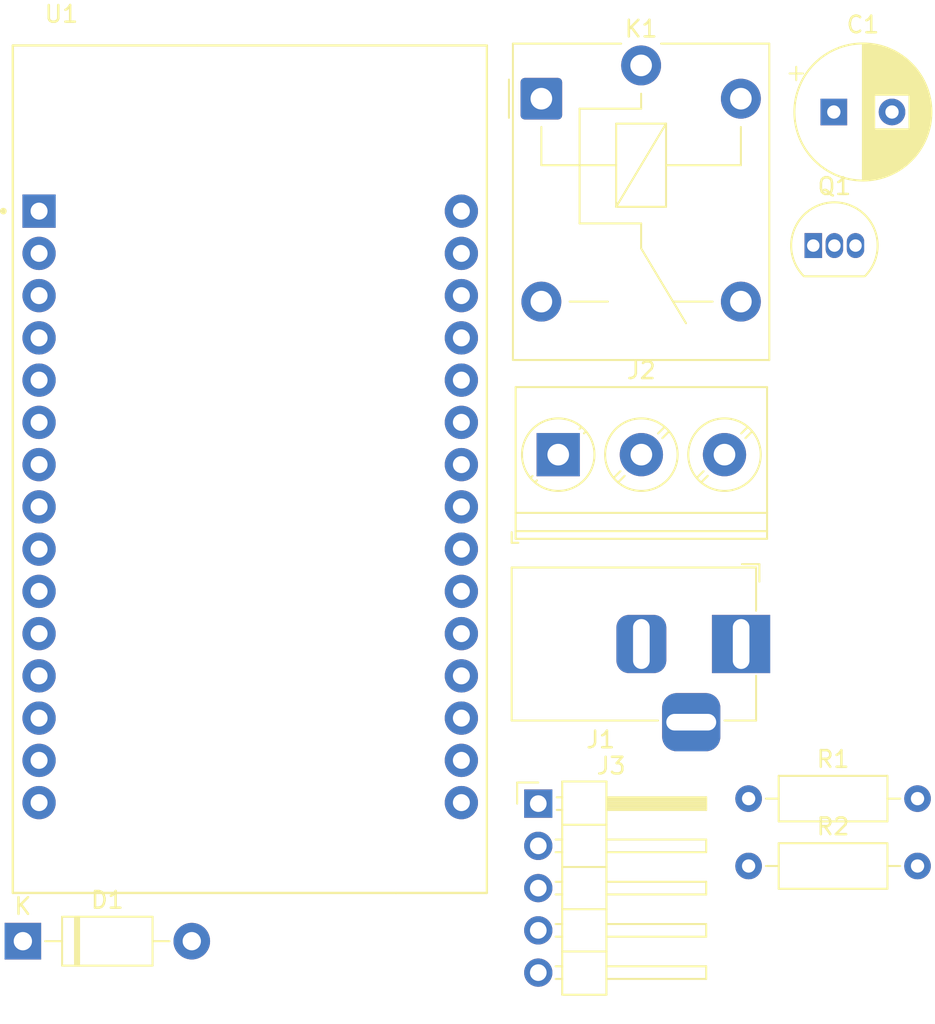
<source format=kicad_pcb>
(kicad_pcb (version 20240108) (generator "pcbnew") (generator_version "8.0")
  (layers (0 "F.Cu" signal) (31 "B.Cu" signal) (34 "B.Paste" user) (35 "F.Paste" user) (36 "B.SilkS" user "B.Silkscreen") (37 "F.SilkS" user "F.Silkscreen") (38 "B.Mask" user) (39 "F.Mask" user) (44 "Edge.Cuts" user))
  (net 0 "")
  (net 1 "+5V")
  (net 2 "GND")
  (net 3 "Net-(D1-A)")
  (net 4 "2")
  (net 5 "3")
  (net 6 "1")
  (net 7 "/CLK")
  (net 10 "Net-(Q1-B)")
  (net 11 "/RELAY_1")
  (net 19 "/DAT")
  (footprint "Relay_THT:Relay_SPDT_Finder_36.11" (layer "F.Cu") (at 148.625 66.87)
    (property "Reference" "K1" (at 6 -4.2 0) (layer "F.SilkS"))
    (property "Value" "FINDER-36.11")
    (fp_line (start -1.95 -1.15) (end -1.95 1.15) (stroke (width 0.12)) (layer "F.SilkS"))
    (fp_line (start -1.71 15.7) (end -1.71 -3.31) (stroke (width 0.12)) (layer "F.SilkS"))
    (fp_line (start 0 1.7) (end 0 4) (stroke (width 0.12)) (layer "F.SilkS"))
    (fp_line (start 1.7 12.2) (end 4 12.2) (stroke (width 0.12)) (layer "F.SilkS"))
    (fp_line (start 2.3 7.5) (end 2.3 0.6) (stroke (width 0.12)) (layer "F.SilkS"))
    (fp_line (start 4.5 1.5) (end 7.5 1.5) (stroke (width 0.12)) (layer "F.SilkS"))
    (fp_line (start 4.5 4) (end 0 4) (stroke (width 0.12)) (layer "F.SilkS"))
    (fp_line (start 4.5 6.5) (end 4.5 1.5) (stroke (width 0.12)) (layer "F.SilkS"))
    (fp_line (start 4.5 6.5) (end 7.5 1.5) (stroke (width 0.12)) (layer "F.SilkS"))
    (fp_line (start 4.8 -3.31) (end -1.71 -3.31) (stroke (width 0.12)) (layer "F.SilkS"))
    (fp_line (start 6 0.6) (end 2.3 0.6) (stroke (width 0.12)) (layer "F.SilkS"))
    (fp_line (start 6 0.6) (end 6 -0.3) (stroke (width 0.12)) (layer "F.SilkS"))
    (fp_line (start 6 7.5) (end 2.3 7.5) (stroke (width 0.12)) (layer "F.SilkS"))
    (fp_line (start 6 7.5) (end 6 9) (stroke (width 0.12)) (layer "F.SilkS"))
    (fp_line (start 6 9) (end 8.7 13.5) (stroke (width 0.12)) (layer "F.SilkS"))
    (fp_line (start 7.5 1.5) (end 7.5 6.5) (stroke (width 0.12)) (layer "F.SilkS"))
    (fp_line (start 7.5 6.5) (end 4.5 6.5) (stroke (width 0.12)) (layer "F.SilkS"))
    (fp_line (start 10.3 12.2) (end 8 12.2) (stroke (width 0.12)) (layer "F.SilkS"))
    (fp_line (start 12 4) (end 7.5 4) (stroke (width 0.12)) (layer "F.SilkS"))
    (fp_line (start 12 4) (end 12 1.7) (stroke (width 0.12)) (layer "F.SilkS"))
    (fp_line (start 13.71 -3.31) (end 7.2 -3.31) (stroke (width 0.12)) (layer "F.SilkS"))
    (fp_line (start 13.71 -3.31) (end 13.71 15.71) (stroke (width 0.12)) (layer "F.SilkS"))
    (fp_line (start 13.71 15.71) (end -1.71 15.71) (stroke (width 0.12)) (layer "F.SilkS"))
    (pad "11" thru_hole circle (at 6 -2) (size 2.4 2.4) (drill 1.3) (layers "*.Cu" "*.Mask") (net 4 "2") (clearance 0.2))
    (pad "12" thru_hole circle (at 12 12.2) (size 2.4 2.4) (drill 1.3) (layers "*.Cu" "*.Mask") (net 6 "1"))
    (pad "14" thru_hole circle (at 0 12.2) (size 2.4 2.4) (drill 1.3) (layers "*.Cu" "*.Mask") (net 5 "3"))
    (pad "A1" thru_hole roundrect (at 0 0) (size 2.5 2.5) (drill 1.3) (layers "*.Cu" "*.Mask") (roundrect_rratio 0.1) (net 1 "+5V"))
    (pad "A2" thru_hole circle (at 12 0) (size 2.4 2.4) (drill 1.3) (layers "*.Cu" "*.Mask") (net 3 "Net-(D1-A)"))
  )
  (footprint "Resistor_THT:R_Axial_DIN0207_L6.3mm_D2.5mm_P10.16mm_Horizontal" (layer "F.Cu") (at 161.09 108.95)
    (property "Reference" "R1" (at 5.08 -2.37 0) (layer "F.SilkS"))
    (property "Value" "4K7")
    (fp_line (start 1.04 0) (end 1.81 0) (stroke (width 0.12)) (layer "F.SilkS"))
    (fp_line (start 1.81 -1.37) (end 1.81 1.37) (stroke (width 0.12)) (layer "F.SilkS"))
    (fp_line (start 1.81 1.37) (end 8.35 1.37) (stroke (width 0.12)) (layer "F.SilkS"))
    (fp_line (start 8.35 -1.37) (end 1.81 -1.37) (stroke (width 0.12)) (layer "F.SilkS"))
    (fp_line (start 8.35 1.37) (end 8.35 -1.37) (stroke (width 0.12)) (layer "F.SilkS"))
    (fp_line (start 9.12 0) (end 8.35 0) (stroke (width 0.12)) (layer "F.SilkS"))
    (pad "1" thru_hole circle (at 0 0) (size 1.6 1.6) (drill 0.8) (layers "*.Cu" "*.Mask") (net 11 "/RELAY_1"))
    (pad "2" thru_hole oval (at 10.16 0) (size 1.6 1.6) (drill 0.8) (layers "*.Cu" "*.Mask") (net 10 "Net-(Q1-B)"))
  )
  (footprint "customLibraries:ESP32_DEVKIT_V1" (layer "F.Cu") (at 131.115 89.145)
    (property "Reference" "U1" (at -11.355 -27.36 0) (layer "F.SilkS"))
    (property "Value" "ESP32_DEVKIT_V1")
    (fp_line (start -14.28 -25.475) (end -3.211 -25.475) (stroke (width 0.127)) (layer "F.SilkS"))
    (fp_line (start -14.28 -25.475) (end 14.23 -25.475) (stroke (width 0.127)) (layer "F.SilkS"))
    (fp_line (start -14.28 25.475) (end -14.28 -25.475) (stroke (width 0.127)) (layer "F.SilkS"))
    (fp_line (start -14.28 25.475) (end -14.28 -25.475) (stroke (width 0.127)) (layer "F.SilkS"))
    (fp_line (start -14.28 25.475) (end -8.91 25.475) (stroke (width 0.127)) (layer "F.SilkS"))
    (fp_line (start -8.91 25.475) (end 8.78 25.475) (stroke (width 0.127)) (layer "F.SilkS"))
    (fp_line (start -3.211 -25.475) (end 3.5 -25.475) (stroke (width 0.127)) (layer "F.SilkS"))
    (fp_line (start 3.5 -25.475) (end 14.23 -25.475) (stroke (width 0.127)) (layer "F.SilkS"))
    (fp_line (start 8.78 25.475) (end 14.23 25.475) (stroke (width 0.127)) (layer "F.SilkS"))
    (fp_line (start 14.23 -25.475) (end 14.23 25.475) (stroke (width 0.127)) (layer "F.SilkS"))
    (fp_line (start 14.23 -25.475) (end 14.23 25.475) (stroke (width 0.127)) (layer "F.SilkS"))
    (fp_line (start 14.23 25.475) (end -14.28 25.475) (stroke (width 0.127)) (layer "F.SilkS"))
    (fp_circle (center -14.85 -15.515) (end -14.75 -15.515) (stroke (width 0.2)) (fill none) (layer "F.SilkS"))
    (pad "" np_thru_hole circle (at -12.28 -23.475) (size 3 3) (drill 3) (layers "*.Cu" "*.Mask"))
    (pad "" np_thru_hole circle (at -12.28 23.475) (size 3 3) (drill 3) (layers "*.Cu" "*.Mask"))
    (pad "" np_thru_hole circle (at 12.23 -23.475) (size 3 3) (drill 3) (layers "*.Cu" "*.Mask"))
    (pad "" np_thru_hole circle (at 12.23 23.475) (size 3 3) (drill 3) (layers "*.Cu" "*.Mask"))
    (pad "1" thru_hole rect (at -12.7 -15.515) (size 2 2) (drill 1.02) (layers "*.Cu" "*.Mask"))
    (pad "2" thru_hole circle (at -12.7 -12.975) (size 2 2) (drill 1.02) (layers "*.Cu" "*.Mask") (net 2 "GND"))
    (pad "3" thru_hole circle (at -12.7 -10.435) (size 2 2) (drill 1.02) (layers "*.Cu" "*.Mask"))
    (pad "4" thru_hole circle (at -12.7 -7.895) (size 2 2) (drill 1.02) (layers "*.Cu" "*.Mask"))
    (pad "5" thru_hole circle (at -12.7 -5.355) (size 2 2) (drill 1.02) (layers "*.Cu" "*.Mask"))
    (pad "6" thru_hole circle (at -12.7 -2.815) (size 2 2) (drill 1.02) (layers "*.Cu" "*.Mask"))
    (pad "7" thru_hole circle (at -12.7 -0.275) (size 2 2) (drill 1.02) (layers "*.Cu" "*.Mask"))
    (pad "8" thru_hole circle (at -12.7 2.265) (size 2 2) (drill 1.02) (layers "*.Cu" "*.Mask"))
    (pad "9" thru_hole circle (at -12.7 4.805) (size 2 2) (drill 1.02) (layers "*.Cu" "*.Mask"))
    (pad "10" thru_hole circle (at -12.7 7.345) (size 2 2) (drill 1.02) (layers "*.Cu" "*.Mask"))
    (pad "11" thru_hole circle (at -12.7 9.885) (size 2 2) (drill 1.02) (layers "*.Cu" "*.Mask") (net 19 "/DAT"))
    (pad "12" thru_hole circle (at -12.7 12.425) (size 2 2) (drill 1.02) (layers "*.Cu" "*.Mask"))
    (pad "13" thru_hole circle (at -12.7 14.965) (size 2 2) (drill 1.02) (layers "*.Cu" "*.Mask"))
    (pad "14" thru_hole circle (at -12.7 17.505) (size 2 2) (drill 1.02) (layers "*.Cu" "*.Mask") (net 7 "/CLK"))
    (pad "15" thru_hole circle (at -12.7 20.045) (size 2 2) (drill 1.02) (layers "*.Cu" "*.Mask") (net 11 "/RELAY_1"))
    (pad "16" thru_hole circle (at 12.7 20.045) (size 2 2) (drill 1.02) (layers "*.Cu" "*.Mask"))
    (pad "17" thru_hole circle (at 12.7 17.505) (size 2 2) (drill 1.02) (layers "*.Cu" "*.Mask"))
    (pad "18" thru_hole circle (at 12.7 14.965) (size 2 2) (drill 1.02) (layers "*.Cu" "*.Mask"))
    (pad "19" thru_hole circle (at 12.7 12.425) (size 2 2) (drill 1.02) (layers "*.Cu" "*.Mask"))
    (pad "20" thru_hole circle (at 12.7 9.885) (size 2 2) (drill 1.02) (layers "*.Cu" "*.Mask"))
    (pad "21" thru_hole circle (at 12.7 7.345) (size 2 2) (drill 1.02) (layers "*.Cu" "*.Mask"))
    (pad "22" thru_hole circle (at 12.7 4.805) (size 2 2) (drill 1.02) (layers "*.Cu" "*.Mask"))
    (pad "23" thru_hole circle (at 12.7 2.265) (size 2 2) (drill 1.02) (layers "*.Cu" "*.Mask"))
    (pad "24" thru_hole circle (at 12.7 -0.275) (size 2 2) (drill 1.02) (layers "*.Cu" "*.Mask"))
    (pad "25" thru_hole circle (at 12.7 -2.815) (size 2 2) (drill 1.02) (layers "*.Cu" "*.Mask"))
    (pad "26" thru_hole circle (at 12.7 -5.355) (size 2 2) (drill 1.02) (layers "*.Cu" "*.Mask"))
    (pad "27" thru_hole circle (at 12.7 -7.895) (size 2 2) (drill 1.02) (layers "*.Cu" "*.Mask"))
    (pad "28" thru_hole circle (at 12.7 -10.435) (size 2 2) (drill 1.02) (layers "*.Cu" "*.Mask"))
    (pad "29" thru_hole circle (at 12.7 -12.975) (size 2 2) (drill 1.02) (layers "*.Cu" "*.Mask") (net 2 "GND"))
    (pad "30" thru_hole circle (at 12.7 -15.515) (size 2 2) (drill 1.02) (layers "*.Cu" "*.Mask") (net 1 "+5V"))
  )
  (footprint "TerminalBlock_Phoenix:TerminalBlock_Phoenix_PT-1,5-3-5.0-H_1x03_P5.00mm_Horizontal" (layer "F.Cu") (at 149.64 88.27)
    (property "Reference" "J2" (at 5 -5.06 0) (layer "F.SilkS"))
    (property "Value" "Screw_Terminal_01x03")
    (fp_line (start -2.8 4.66) (end -2.8 5.3) (stroke (width 0.12)) (layer "F.SilkS"))
    (fp_line (start -2.8 5.3) (end -2.4 5.3) (stroke (width 0.12)) (layer "F.SilkS"))
    (fp_line (start -2.56 -4.06) (end -2.56 5.06) (stroke (width 0.12)) (layer "F.SilkS"))
    (fp_line (start -2.56 -4.06) (end 12.56 -4.06) (stroke (width 0.12)) (layer "F.SilkS"))
    (fp_line (start -2.56 3.5) (end 12.56 3.5) (stroke (width 0.12)) (layer "F.SilkS"))
    (fp_line (start -2.56 4.6) (end 12.56 4.6) (stroke (width 0.12)) (layer "F.SilkS"))
    (fp_line (start -2.56 5.06) (end 12.56 5.06) (stroke (width 0.12)) (layer "F.SilkS"))
    (fp_line (start -1.548 1.281) (end -1.654 1.388) (stroke (width 0.12)) (layer "F.SilkS"))
    (fp_line (start -1.282 1.547) (end -1.388 1.654) (stroke (width 0.12)) (layer "F.SilkS"))
    (fp_line (start 1.388 -1.654) (end 1.281 -1.547) (stroke (width 0.12)) (layer "F.SilkS"))
    (fp_line (start 1.654 -1.388) (end 1.547 -1.281) (stroke (width 0.12)) (layer "F.SilkS"))
    (fp_line (start 3.742 0.992) (end 3.347 1.388) (stroke (width 0.12)) (layer "F.SilkS"))
    (fp_line (start 3.993 1.274) (end 3.613 1.654) (stroke (width 0.12)) (layer "F.SilkS"))
    (fp_line (start 6.388 -1.654) (end 6.008 -1.274) (stroke (width 0.12)) (layer "F.SilkS"))
    (fp_line (start 6.654 -1.388) (end 6.259 -0.992) (stroke (width 0.12)) (layer "F.SilkS"))
    (fp_line (start 8.742 0.992) (end 8.347 1.388) (stroke (width 0.12)) (layer "F.SilkS"))
    (fp_line (start 8.993 1.274) (end 8.613 1.654) (stroke (width 0.12)) (layer "F.SilkS"))
    (fp_line (start 11.388 -1.654) (end 11.008 -1.274) (stroke (width 0.12)) (layer "F.SilkS"))
    (fp_line (start 11.654 -1.388) (end 11.259 -0.992) (stroke (width 0.12)) (layer "F.SilkS"))
    (fp_line (start 12.56 -4.06) (end 12.56 5.06) (stroke (width 0.12)) (layer "F.SilkS"))
    (fp_circle (center 0 0) (end 2.18 0) (stroke (width 0.12)) (fill none) (layer "F.SilkS"))
    (fp_circle (center 5 0) (end 7.18 0) (stroke (width 0.12)) (fill none) (layer "F.SilkS"))
    (fp_circle (center 10 0) (end 12.18 0) (stroke (width 0.12)) (fill none) (layer "F.SilkS"))
    (pad "1" thru_hole rect (at 0 0) (size 2.6 2.6) (drill 1.3) (layers "*.Cu" "*.Mask") (net 6 "1"))
    (pad "2" thru_hole circle (at 5 0) (size 2.6 2.6) (drill 1.3) (layers "*.Cu" "*.Mask") (net 4 "2"))
    (pad "3" thru_hole circle (at 10 0) (size 2.6 2.6) (drill 1.3) (layers "*.Cu" "*.Mask") (net 5 "3"))
  )
  (footprint "Connector_BarrelJack:BarrelJack_Horizontal" (layer "F.Cu") (at 160.64 99.655)
    (property "Reference" "J1" (at -8.45 5.75 0) (layer "F.SilkS"))
    (property "Value" "Barrel_Jack_MountingPin")
    (fp_line (start -13.8 -4.6) (end 0.9 -4.6) (stroke (width 0.12)) (layer "F.SilkS"))
    (fp_line (start -13.8 4.6) (end -13.8 -4.6) (stroke (width 0.12)) (layer "F.SilkS"))
    (fp_line (start -5 4.6) (end -13.8 4.6) (stroke (width 0.12)) (layer "F.SilkS"))
    (fp_line (start 0.05 -4.8) (end 1.1 -4.8) (stroke (width 0.12)) (layer "F.SilkS"))
    (fp_line (start 0.9 -4.6) (end 0.9 -2) (stroke (width 0.12)) (layer "F.SilkS"))
    (fp_line (start 0.9 1.9) (end 0.9 4.6) (stroke (width 0.12)) (layer "F.SilkS"))
    (fp_line (start 0.9 4.6) (end -1 4.6) (stroke (width 0.12)) (layer "F.SilkS"))
    (fp_line (start 1.1 -3.75) (end 1.1 -4.8) (stroke (width 0.12)) (layer "F.SilkS"))
    (pad "1" thru_hole rect (at 0 0) (size 3.5 3.5) (drill oval 1 3) (layers "*.Cu" "*.Mask") (net 1 "+5V"))
    (pad "2" thru_hole roundrect (at -6 0) (size 3 3.5) (drill oval 1 3) (layers "*.Cu" "*.Mask") (net 2 "GND"))
    (pad "3" thru_hole roundrect (at -3 4.7) (size 3.5 3.5) (drill oval 3 1) (layers "*.Cu" "*.Mask"))
  )
  (footprint "Package_TO_SOT_THT:TO-92_Inline" (layer "F.Cu") (at 164.98 75.7)
    (property "Reference" "Q1" (at 1.27 -3.56 0) (layer "F.SilkS"))
    (property "Value" "BC547")
    (fp_line (start -0.53 1.85) (end 3.07 1.85) (stroke (width 0.12)) (layer "F.SilkS"))
    (fp_arc (start -0.568478 1.838478) (mid -1.132087 -0.994977) (end 1.27 -2.6) (stroke (width 0.12)) (layer "F.SilkS"))
    (fp_arc (start 1.27 -2.6) (mid 3.672087 -0.994977) (end 3.108478 1.838478) (stroke (width 0.12)) (layer "F.SilkS"))
    (pad "1" thru_hole rect (at 0 0) (size 1.05 1.5) (drill 0.75) (layers "*.Cu" "*.Mask") (net 3 "Net-(D1-A)"))
    (pad "2" thru_hole oval (at 1.27 0) (size 1.05 1.5) (drill 0.75) (layers "*.Cu" "*.Mask") (net 10 "Net-(Q1-B)"))
    (pad "3" thru_hole oval (at 2.54 0) (size 1.05 1.5) (drill 0.75) (layers "*.Cu" "*.Mask") (net 2 "GND"))
  )
  (footprint "Capacitor_THT:CP_Radial_D8.0mm_P3.50mm" (layer "F.Cu") (at 166.214698 67.67)
    (property "Reference" "C1" (at 1.75 -5.25 0) (layer "F.SilkS"))
    (property "Value" "100uf")
    (fp_line (start -2.659698 -2.315) (end -1.859698 -2.315) (stroke (width 0.12)) (layer "F.SilkS"))
    (fp_line (start -2.259698 -2.715) (end -2.259698 -1.915) (stroke (width 0.12)) (layer "F.SilkS"))
    (fp_line (start 1.75 -4.08) (end 1.75 4.08) (stroke (width 0.12)) (layer "F.SilkS"))
    (fp_line (start 1.79 -4.08) (end 1.79 4.08) (stroke (width 0.12)) (layer "F.SilkS"))
    (fp_line (start 1.83 -4.08) (end 1.83 4.08) (stroke (width 0.12)) (layer "F.SilkS"))
    (fp_line (start 1.87 -4.079) (end 1.87 4.079) (stroke (width 0.12)) (layer "F.SilkS"))
    (fp_line (start 1.91 -4.077) (end 1.91 4.077) (stroke (width 0.12)) (layer "F.SilkS"))
    (fp_line (start 1.95 -4.076) (end 1.95 4.076) (stroke (width 0.12)) (layer "F.SilkS"))
    (fp_line (start 1.99 -4.074) (end 1.99 4.074) (stroke (width 0.12)) (layer "F.SilkS"))
    (fp_line (start 2.03 -4.071) (end 2.03 4.071) (stroke (width 0.12)) (layer "F.SilkS"))
    (fp_line (start 2.07 -4.068) (end 2.07 4.068) (stroke (width 0.12)) (layer "F.SilkS"))
    (fp_line (start 2.11 -4.065) (end 2.11 4.065) (stroke (width 0.12)) (layer "F.SilkS"))
    (fp_line (start 2.15 -4.061) (end 2.15 4.061) (stroke (width 0.12)) (layer "F.SilkS"))
    (fp_line (start 2.19 -4.057) (end 2.19 4.057) (stroke (width 0.12)) (layer "F.SilkS"))
    (fp_line (start 2.23 -4.052) (end 2.23 4.052) (stroke (width 0.12)) (layer "F.SilkS"))
    (fp_line (start 2.27 -4.048) (end 2.27 4.048) (stroke (width 0.12)) (layer "F.SilkS"))
    (fp_line (start 2.31 -4.042) (end 2.31 4.042) (stroke (width 0.12)) (layer "F.SilkS"))
    (fp_line (start 2.35 -4.037) (end 2.35 4.037) (stroke (width 0.12)) (layer "F.SilkS"))
    (fp_line (start 2.39 -4.03) (end 2.39 4.03) (stroke (width 0.12)) (layer "F.SilkS"))
    (fp_line (start 2.43 -4.024) (end 2.43 4.024) (stroke (width 0.12)) (layer "F.SilkS"))
    (fp_line (start 2.471 -4.017) (end 2.471 -1.04) (stroke (width 0.12)) (layer "F.SilkS"))
    (fp_line (start 2.471 1.04) (end 2.471 4.017) (stroke (width 0.12)) (layer "F.SilkS"))
    (fp_line (start 2.511 -4.01) (end 2.511 -1.04) (stroke (width 0.12)) (layer "F.SilkS"))
    (fp_line (start 2.511 1.04) (end 2.511 4.01) (stroke (width 0.12)) (layer "F.SilkS"))
    (fp_line (start 2.551 -4.002) (end 2.551 -1.04) (stroke (width 0.12)) (layer "F.SilkS"))
    (fp_line (start 2.551 1.04) (end 2.551 4.002) (stroke (width 0.12)) (layer "F.SilkS"))
    (fp_line (start 2.591 -3.994) (end 2.591 -1.04) (stroke (width 0.12)) (layer "F.SilkS"))
    (fp_line (start 2.591 1.04) (end 2.591 3.994) (stroke (width 0.12)) (layer "F.SilkS"))
    (fp_line (start 2.631 -3.985) (end 2.631 -1.04) (stroke (width 0.12)) (layer "F.SilkS"))
    (fp_line (start 2.631 1.04) (end 2.631 3.985) (stroke (width 0.12)) (layer "F.SilkS"))
    (fp_line (start 2.671 -3.976) (end 2.671 -1.04) (stroke (width 0.12)) (layer "F.SilkS"))
    (fp_line (start 2.671 1.04) (end 2.671 3.976) (stroke (width 0.12)) (layer "F.SilkS"))
    (fp_line (start 2.711 -3.967) (end 2.711 -1.04) (stroke (width 0.12)) (layer "F.SilkS"))
    (fp_line (start 2.711 1.04) (end 2.711 3.967) (stroke (width 0.12)) (layer "F.SilkS"))
    (fp_line (start 2.751 -3.957) (end 2.751 -1.04) (stroke (width 0.12)) (layer "F.SilkS"))
    (fp_line (start 2.751 1.04) (end 2.751 3.957) (stroke (width 0.12)) (layer "F.SilkS"))
    (fp_line (start 2.791 -3.947) (end 2.791 -1.04) (stroke (width 0.12)) (layer "F.SilkS"))
    (fp_line (start 2.791 1.04) (end 2.791 3.947) (stroke (width 0.12)) (layer "F.SilkS"))
    (fp_line (start 2.831 -3.936) (end 2.831 -1.04) (stroke (width 0.12)) (layer "F.SilkS"))
    (fp_line (start 2.831 1.04) (end 2.831 3.936) (stroke (width 0.12)) (layer "F.SilkS"))
    (fp_line (start 2.871 -3.925) (end 2.871 -1.04) (stroke (width 0.12)) (layer "F.SilkS"))
    (fp_line (start 2.871 1.04) (end 2.871 3.925) (stroke (width 0.12)) (layer "F.SilkS"))
    (fp_line (start 2.911 -3.914) (end 2.911 -1.04) (stroke (width 0.12)) (layer "F.SilkS"))
    (fp_line (start 2.911 1.04) (end 2.911 3.914) (stroke (width 0.12)) (layer "F.SilkS"))
    (fp_line (start 2.951 -3.902) (end 2.951 -1.04) (stroke (width 0.12)) (layer "F.SilkS"))
    (fp_line (start 2.951 1.04) (end 2.951 3.902) (stroke (width 0.12)) (layer "F.SilkS"))
    (fp_line (start 2.991 -3.889) (end 2.991 -1.04) (stroke (width 0.12)) (layer "F.SilkS"))
    (fp_line (start 2.991 1.04) (end 2.991 3.889) (stroke (width 0.12)) (layer "F.SilkS"))
    (fp_line (start 3.031 -3.877) (end 3.031 -1.04) (stroke (width 0.12)) (layer "F.SilkS"))
    (fp_line (start 3.031 1.04) (end 3.031 3.877) (stroke (width 0.12)) (layer "F.SilkS"))
    (fp_line (start 3.071 -3.863) (end 3.071 -1.04) (stroke (width 0.12)) (layer "F.SilkS"))
    (fp_line (start 3.071 1.04) (end 3.071 3.863) (stroke (width 0.12)) (layer "F.SilkS"))
    (fp_line (start 3.111 -3.85) (end 3.111 -1.04) (stroke (width 0.12)) (layer "F.SilkS"))
    (fp_line (start 3.111 1.04) (end 3.111 3.85) (stroke (width 0.12)) (layer "F.SilkS"))
    (fp_line (start 3.151 -3.835) (end 3.151 -1.04) (stroke (width 0.12)) (layer "F.SilkS"))
    (fp_line (start 3.151 1.04) (end 3.151 3.835) (stroke (width 0.12)) (layer "F.SilkS"))
    (fp_line (start 3.191 -3.821) (end 3.191 -1.04) (stroke (width 0.12)) (layer "F.SilkS"))
    (fp_line (start 3.191 1.04) (end 3.191 3.821) (stroke (width 0.12)) (layer "F.SilkS"))
    (fp_line (start 3.231 -3.805) (end 3.231 -1.04) (stroke (width 0.12)) (layer "F.SilkS"))
    (fp_line (start 3.231 1.04) (end 3.231 3.805) (stroke (width 0.12)) (layer "F.SilkS"))
    (fp_line (start 3.271 -3.79) (end 3.271 -1.04) (stroke (width 0.12)) (layer "F.SilkS"))
    (fp_line (start 3.271 1.04) (end 3.271 3.79) (stroke (width 0.12)) (layer "F.SilkS"))
    (fp_line (start 3.311 -3.774) (end 3.311 -1.04) (stroke (width 0.12)) (layer "F.SilkS"))
    (fp_line (start 3.311 1.04) (end 3.311 3.774) (stroke (width 0.12)) (layer "F.SilkS"))
    (fp_line (start 3.351 -3.757) (end 3.351 -1.04) (stroke (width 0.12)) (layer "F.SilkS"))
    (fp_line (start 3.351 1.04) (end 3.351 3.757) (stroke (width 0.12)) (layer "F.SilkS"))
    (fp_line (start 3.391 -3.74) (end 3.391 -1.04) (stroke (width 0.12)) (layer "F.SilkS"))
    (fp_line (start 3.391 1.04) (end 3.391 3.74) (stroke (width 0.12)) (layer "F.SilkS"))
    (fp_line (start 3.431 -3.722) (end 3.431 -1.04) (stroke (width 0.12)) (layer "F.SilkS"))
    (fp_line (start 3.431 1.04) (end 3.431 3.722) (stroke (width 0.12)) (layer "F.SilkS"))
    (fp_line (start 3.471 -3.704) (end 3.471 -1.04) (stroke (width 0.12)) (layer "F.SilkS"))
    (fp_line (start 3.471 1.04) (end 3.471 3.704) (stroke (width 0.12)) (layer "F.SilkS"))
    (fp_line (start 3.511 -3.686) (end 3.511 -1.04) (stroke (width 0.12)) (layer "F.SilkS"))
    (fp_line (start 3.511 1.04) (end 3.511 3.686) (stroke (width 0.12)) (layer "F.SilkS"))
    (fp_line (start 3.551 -3.666) (end 3.551 -1.04) (stroke (width 0.12)) (layer "F.SilkS"))
    (fp_line (start 3.551 1.04) (end 3.551 3.666) (stroke (width 0.12)) (layer "F.SilkS"))
    (fp_line (start 3.591 -3.647) (end 3.591 -1.04) (stroke (width 0.12)) (layer "F.SilkS"))
    (fp_line (start 3.591 1.04) (end 3.591 3.647) (stroke (width 0.12)) (layer "F.SilkS"))
    (fp_line (start 3.631 -3.627) (end 3.631 -1.04) (stroke (width 0.12)) (layer "F.SilkS"))
    (fp_line (start 3.631 1.04) (end 3.631 3.627) (stroke (width 0.12)) (layer "F.SilkS"))
    (fp_line (start 3.671 -3.606) (end 3.671 -1.04) (stroke (width 0.12)) (layer "F.SilkS"))
    (fp_line (start 3.671 1.04) (end 3.671 3.606) (stroke (width 0.12)) (layer "F.SilkS"))
    (fp_line (start 3.711 -3.584) (end 3.711 -1.04) (stroke (width 0.12)) (layer "F.SilkS"))
    (fp_line (start 3.711 1.04) (end 3.711 3.584) (stroke (width 0.12)) (layer "F.SilkS"))
    (fp_line (start 3.751 -3.562) (end 3.751 -1.04) (stroke (width 0.12)) (layer "F.SilkS"))
    (fp_line (start 3.751 1.04) (end 3.751 3.562) (stroke (width 0.12)) (layer "F.SilkS"))
    (fp_line (start 3.791 -3.54) (end 3.791 -1.04) (stroke (width 0.12)) (layer "F.SilkS"))
    (fp_line (start 3.791 1.04) (end 3.791 3.54) (stroke (width 0.12)) (layer "F.SilkS"))
    (fp_line (start 3.831 -3.517) (end 3.831 -1.04) (stroke (width 0.12)) (layer "F.SilkS"))
    (fp_line (start 3.831 1.04) (end 3.831 3.517) (stroke (width 0.12)) (layer "F.SilkS"))
    (fp_line (start 3.871 -3.493) (end 3.871 -1.04) (stroke (width 0.12)) (layer "F.SilkS"))
    (fp_line (start 3.871 1.04) (end 3.871 3.493) (stroke (width 0.12)) (layer "F.SilkS"))
    (fp_line (start 3.911 -3.469) (end 3.911 -1.04) (stroke (width 0.12)) (layer "F.SilkS"))
    (fp_line (start 3.911 1.04) (end 3.911 3.469) (stroke (width 0.12)) (layer "F.SilkS"))
    (fp_line (start 3.951 -3.444) (end 3.951 -1.04) (stroke (width 0.12)) (layer "F.SilkS"))
    (fp_line (start 3.951 1.04) (end 3.951 3.444) (stroke (width 0.12)) (layer "F.SilkS"))
    (fp_line (start 3.991 -3.418) (end 3.991 -1.04) (stroke (width 0.12)) (layer "F.SilkS"))
    (fp_line (start 3.991 1.04) (end 3.991 3.418) (stroke (width 0.12)) (layer "F.SilkS"))
    (fp_line (start 4.031 -3.392) (end 4.031 -1.04) (stroke (width 0.12)) (layer "F.SilkS"))
    (fp_line (start 4.031 1.04) (end 4.031 3.392) (stroke (width 0.12)) (layer "F.SilkS"))
    (fp_line (start 4.071 -3.365) (end 4.071 -1.04) (stroke (width 0.12)) (layer "F.SilkS"))
    (fp_line (start 4.071 1.04) (end 4.071 3.365) (stroke (width 0.12)) (layer "F.SilkS"))
    (fp_line (start 4.111 -3.338) (end 4.111 -1.04) (stroke (width 0.12)) (layer "F.SilkS"))
    (fp_line (start 4.111 1.04) (end 4.111 3.338) (stroke (width 0.12)) (layer "F.SilkS"))
    (fp_line (start 4.151 -3.309) (end 4.151 -1.04) (stroke (width 0.12)) (layer "F.SilkS"))
    (fp_line (start 4.151 1.04) (end 4.151 3.309) (stroke (width 0.12)) (layer "F.SilkS"))
    (fp_line (start 4.191 -3.28) (end 4.191 -1.04) (stroke (width 0.12)) (layer "F.SilkS"))
    (fp_line (start 4.191 1.04) (end 4.191 3.28) (stroke (width 0.12)) (layer "F.SilkS"))
    (fp_line (start 4.231 -3.25) (end 4.231 -1.04) (stroke (width 0.12)) (layer "F.SilkS"))
    (fp_line (start 4.231 1.04) (end 4.231 3.25) (stroke (width 0.12)) (layer "F.SilkS"))
    (fp_line (start 4.271 -3.22) (end 4.271 -1.04) (stroke (width 0.12)) (layer "F.SilkS"))
    (fp_line (start 4.271 1.04) (end 4.271 3.22) (stroke (width 0.12)) (layer "F.SilkS"))
    (fp_line (start 4.311 -3.189) (end 4.311 -1.04) (stroke (width 0.12)) (layer "F.SilkS"))
    (fp_line (start 4.311 1.04) (end 4.311 3.189) (stroke (width 0.12)) (layer "F.SilkS"))
    (fp_line (start 4.351 -3.156) (end 4.351 -1.04) (stroke (width 0.12)) (layer "F.SilkS"))
    (fp_line (start 4.351 1.04) (end 4.351 3.156) (stroke (width 0.12)) (layer "F.SilkS"))
    (fp_line (start 4.391 -3.124) (end 4.391 -1.04) (stroke (width 0.12)) (layer "F.SilkS"))
    (fp_line (start 4.391 1.04) (end 4.391 3.124) (stroke (width 0.12)) (layer "F.SilkS"))
    (fp_line (start 4.431 -3.09) (end 4.431 -1.04) (stroke (width 0.12)) (layer "F.SilkS"))
    (fp_line (start 4.431 1.04) (end 4.431 3.09) (stroke (width 0.12)) (layer "F.SilkS"))
    (fp_line (start 4.471 -3.055) (end 4.471 -1.04) (stroke (width 0.12)) (layer "F.SilkS"))
    (fp_line (start 4.471 1.04) (end 4.471 3.055) (stroke (width 0.12)) (layer "F.SilkS"))
    (fp_line (start 4.511 -3.019) (end 4.511 -1.04) (stroke (width 0.12)) (layer "F.SilkS"))
    (fp_line (start 4.511 1.04) (end 4.511 3.019) (stroke (width 0.12)) (layer "F.SilkS"))
    (fp_line (start 4.551 -2.983) (end 4.551 2.983) (stroke (width 0.12)) (layer "F.SilkS"))
    (fp_line (start 4.591 -2.945) (end 4.591 2.945) (stroke (width 0.12)) (layer "F.SilkS"))
    (fp_line (start 4.631 -2.907) (end 4.631 2.907) (stroke (width 0.12)) (layer "F.SilkS"))
    (fp_line (start 4.671 -2.867) (end 4.671 2.867) (stroke (width 0.12)) (layer "F.SilkS"))
    (fp_line (start 4.711 -2.826) (end 4.711 2.826) (stroke (width 0.12)) (layer "F.SilkS"))
    (fp_line (start 4.751 -2.784) (end 4.751 2.784) (stroke (width 0.12)) (layer "F.SilkS"))
    (fp_line (start 4.791 -2.741) (end 4.791 2.741) (stroke (width 0.12)) (layer "F.SilkS"))
    (fp_line (start 4.831 -2.697) (end 4.831 2.697) (stroke (width 0.12)) (layer "F.SilkS"))
    (fp_line (start 4.871 -2.651) (end 4.871 2.651) (stroke (width 0.12)) (layer "F.SilkS"))
    (fp_line (start 4.911 -2.604) (end 4.911 2.604) (stroke (width 0.12)) (layer "F.SilkS"))
    (fp_line (start 4.951 -2.556) (end 4.951 2.556) (stroke (width 0.12)) (layer "F.SilkS"))
    (fp_line (start 4.991 -2.505) (end 4.991 2.505) (stroke (width 0.12)) (layer "F.SilkS"))
    (fp_line (start 5.031 -2.454) (end 5.031 2.454) (stroke (width 0.12)) (layer "F.SilkS"))
    (fp_line (start 5.071 -2.4) (end 5.071 2.4) (stroke (width 0.12)) (layer "F.SilkS"))
    (fp_line (start 5.111 -2.345) (end 5.111 2.345) (stroke (width 0.12)) (layer "F.SilkS"))
    (fp_line (start 5.151 -2.287) (end 5.151 2.287) (stroke (width 0.12)) (layer "F.SilkS"))
    (fp_line (start 5.191 -2.228) (end 5.191 2.228) (stroke (width 0.12)) (layer "F.SilkS"))
    (fp_line (start 5.231 -2.166) (end 5.231 2.166) (stroke (width 0.12)) (layer "F.SilkS"))
    (fp_line (start 5.271 -2.102) (end 5.271 2.102) (stroke (width 0.12)) (layer "F.SilkS"))
    (fp_line (start 5.311 -2.034) (end 5.311 2.034) (stroke (width 0.12)) (layer "F.SilkS"))
    (fp_line (start 5.351 -1.964) (end 5.351 1.964) (stroke (width 0.12)) (layer "F.SilkS"))
    (fp_line (start 5.391 -1.89) (end 5.391 1.89) (stroke (width 0.12)) (layer "F.SilkS"))
    (fp_line (start 5.431 -1.813) (end 5.431 1.813) (stroke (width 0.12)) (layer "F.SilkS"))
    (fp_line (start 5.471 -1.731) (end 5.471 1.731) (stroke (width 0.12)) (layer "F.SilkS"))
    (fp_line (start 5.511 -1.645) (end 5.511 1.645) (stroke (width 0.12)) (layer "F.SilkS"))
    (fp_line (start 5.551 -1.552) (end 5.551 1.552) (stroke (width 0.12)) (layer "F.SilkS"))
    (fp_line (start 5.591 -1.453) (end 5.591 1.453) (stroke (width 0.12)) (layer "F.SilkS"))
    (fp_line (start 5.631 -1.346) (end 5.631 1.346) (stroke (width 0.12)) (layer "F.SilkS"))
    (fp_line (start 5.671 -1.229) (end 5.671 1.229) (stroke (width 0.12)) (layer "F.SilkS"))
    (fp_line (start 5.711 -1.098) (end 5.711 1.098) (stroke (width 0.12)) (layer "F.SilkS"))
    (fp_line (start 5.751 -0.948) (end 5.751 0.948) (stroke (width 0.12)) (layer "F.SilkS"))
    (fp_line (start 5.791 -0.768) (end 5.791 0.768) (stroke (width 0.12)) (layer "F.SilkS"))
    (fp_line (start 5.831 -0.533) (end 5.831 0.533) (stroke (width 0.12)) (layer "F.SilkS"))
    (fp_circle (center 1.75 0) (end 5.87 0) (stroke (width 0.12)) (fill none) (layer "F.SilkS"))
    (pad "1" thru_hole rect (at 0 0) (size 1.6 1.6) (drill 0.8) (layers "*.Cu" "*.Mask") (net 1 "+5V"))
    (pad "2" thru_hole circle (at 3.5 0) (size 1.6 1.6) (drill 0.8) (layers "*.Cu" "*.Mask") (net 2 "GND"))
  )
  (footprint "Diode_THT:D_DO-41_SOD81_P10.16mm_Horizontal" (layer "F.Cu") (at 117.44 117.52)
    (property "Reference" "D1" (at 5.08 -2.47 0) (layer "F.SilkS"))
    (property "Value" "1N4007")
    (fp_line (start 1.34 0) (end 2.36 0) (stroke (width 0.12)) (layer "F.SilkS"))
    (fp_line (start 2.36 -1.47) (end 2.36 1.47) (stroke (width 0.12)) (layer "F.SilkS"))
    (fp_line (start 2.36 1.47) (end 7.8 1.47) (stroke (width 0.12)) (layer "F.SilkS"))
    (fp_line (start 3.14 -1.47) (end 3.14 1.47) (stroke (width 0.12)) (layer "F.SilkS"))
    (fp_line (start 3.26 -1.47) (end 3.26 1.47) (stroke (width 0.12)) (layer "F.SilkS"))
    (fp_line (start 3.38 -1.47) (end 3.38 1.47) (stroke (width 0.12)) (layer "F.SilkS"))
    (fp_line (start 7.8 -1.47) (end 2.36 -1.47) (stroke (width 0.12)) (layer "F.SilkS"))
    (fp_line (start 7.8 1.47) (end 7.8 -1.47) (stroke (width 0.12)) (layer "F.SilkS"))
    (fp_line (start 8.82 0) (end 7.8 0) (stroke (width 0.12)) (layer "F.SilkS"))
    (fp_text user "K" (at 0 -2.1 0) (layer "F.SilkS"))
    (pad "1" thru_hole rect (at 0 0) (size 2.2 2.2) (drill 1.1) (layers "*.Cu" "*.Mask") (net 1 "+5V"))
    (pad "2" thru_hole oval (at 10.16 0) (size 2.2 2.2) (drill 1.1) (layers "*.Cu" "*.Mask") (net 3 "Net-(D1-A)"))
  )
  (footprint "Connector_PinHeader_2.54mm:PinHeader_1x05_P2.54mm_Horizontal" (layer "F.Cu") (at 148.44 109.25)
    (property "Reference" "J3" (at 4.385 -2.27 0) (layer "F.SilkS"))
    (property "Value" "Conn_01x05")
    (fp_line (start -1.27 -1.27) (end 0 -1.27) (stroke (width 0.12)) (layer "F.SilkS"))
    (fp_line (start -1.27 0) (end -1.27 -1.27) (stroke (width 0.12)) (layer "F.SilkS"))
    (fp_line (start 1.042929 2.16) (end 1.44 2.16) (stroke (width 0.12)) (layer "F.SilkS"))
    (fp_line (start 1.042929 2.92) (end 1.44 2.92) (stroke (width 0.12)) (layer "F.SilkS"))
    (fp_line (start 1.042929 4.7) (end 1.44 4.7) (stroke (width 0.12)) (layer "F.SilkS"))
    (fp_line (start 1.042929 5.46) (end 1.44 5.46) (stroke (width 0.12)) (layer "F.SilkS"))
    (fp_line (start 1.042929 7.24) (end 1.44 7.24) (stroke (width 0.12)) (layer "F.SilkS"))
    (fp_line (start 1.042929 8) (end 1.44 8) (stroke (width 0.12)) (layer "F.SilkS"))
    (fp_line (start 1.042929 9.78) (end 1.44 9.78) (stroke (width 0.12)) (layer "F.SilkS"))
    (fp_line (start 1.042929 10.54) (end 1.44 10.54) (stroke (width 0.12)) (layer "F.SilkS"))
    (fp_line (start 1.11 -0.38) (end 1.44 -0.38) (stroke (width 0.12)) (layer "F.SilkS"))
    (fp_line (start 1.11 0.38) (end 1.44 0.38) (stroke (width 0.12)) (layer "F.SilkS"))
    (fp_line (start 1.44 -1.33) (end 1.44 11.49) (stroke (width 0.12)) (layer "F.SilkS"))
    (fp_line (start 1.44 1.27) (end 4.1 1.27) (stroke (width 0.12)) (layer "F.SilkS"))
    (fp_line (start 1.44 3.81) (end 4.1 3.81) (stroke (width 0.12)) (layer "F.SilkS"))
    (fp_line (start 1.44 6.35) (end 4.1 6.35) (stroke (width 0.12)) (layer "F.SilkS"))
    (fp_line (start 1.44 8.89) (end 4.1 8.89) (stroke (width 0.12)) (layer "F.SilkS"))
    (fp_line (start 1.44 11.49) (end 4.1 11.49) (stroke (width 0.12)) (layer "F.SilkS"))
    (fp_line (start 4.1 -1.33) (end 1.44 -1.33) (stroke (width 0.12)) (layer "F.SilkS"))
    (fp_line (start 4.1 -0.38) (end 10.1 -0.38) (stroke (width 0.12)) (layer "F.SilkS"))
    (fp_line (start 4.1 -0.32) (end 10.1 -0.32) (stroke (width 0.12)) (layer "F.SilkS"))
    (fp_line (start 4.1 -0.2) (end 10.1 -0.2) (stroke (width 0.12)) (layer "F.SilkS"))
    (fp_line (start 4.1 -0.08) (end 10.1 -0.08) (stroke (width 0.12)) (layer "F.SilkS"))
    (fp_line (start 4.1 0.04) (end 10.1 0.04) (stroke (width 0.12)) (layer "F.SilkS"))
    (fp_line (start 4.1 0.16) (end 10.1 0.16) (stroke (width 0.12)) (layer "F.SilkS"))
    (fp_line (start 4.1 0.28) (end 10.1 0.28) (stroke (width 0.12)) (layer "F.SilkS"))
    (fp_line (start 4.1 2.16) (end 10.1 2.16) (stroke (width 0.12)) (layer "F.SilkS"))
    (fp_line (start 4.1 4.7) (end 10.1 4.7) (stroke (width 0.12)) (layer "F.SilkS"))
    (fp_line (start 4.1 7.24) (end 10.1 7.24) (stroke (width 0.12)) (layer "F.SilkS"))
    (fp_line (start 4.1 9.78) (end 10.1 9.78) (stroke (width 0.12)) (layer "F.SilkS"))
    (fp_line (start 4.1 11.49) (end 4.1 -1.33) (stroke (width 0.12)) (layer "F.SilkS"))
    (fp_line (start 10.1 -0.38) (end 10.1 0.38) (stroke (width 0.12)) (layer "F.SilkS"))
    (fp_line (start 10.1 0.38) (end 4.1 0.38) (stroke (width 0.12)) (layer "F.SilkS"))
    (fp_line (start 10.1 2.16) (end 10.1 2.92) (stroke (width 0.12)) (layer "F.SilkS"))
    (fp_line (start 10.1 2.92) (end 4.1 2.92) (stroke (width 0.12)) (layer "F.SilkS"))
    (fp_line (start 10.1 4.7) (end 10.1 5.46) (stroke (width 0.12)) (layer "F.SilkS"))
    (fp_line (start 10.1 5.46) (end 4.1 5.46) (stroke (width 0.12)) (layer "F.SilkS"))
    (fp_line (start 10.1 7.24) (end 10.1 8) (stroke (width 0.12)) (layer "F.SilkS"))
    (fp_line (start 10.1 8) (end 4.1 8) (stroke (width 0.12)) (layer "F.SilkS"))
    (fp_line (start 10.1 9.78) (end 10.1 10.54) (stroke (width 0.12)) (layer "F.SilkS"))
    (fp_line (start 10.1 10.54) (end 4.1 10.54) (stroke (width 0.12)) (layer "F.SilkS"))
    (pad "1" thru_hole rect (at 0 0) (size 1.7 1.7) (drill 1) (layers "*.Cu" "*.Mask") (net 1 "+5V"))
    (pad "2" thru_hole oval (at 0 2.54) (size 1.7 1.7) (drill 1) (layers "*.Cu" "*.Mask") (net 2 "GND"))
    (pad "3" thru_hole oval (at 0 5.08) (size 1.7 1.7) (drill 1) (layers "*.Cu" "*.Mask") (net 7 "/CLK"))
    (pad "4" thru_hole oval (at 0 7.62) (size 1.7 1.7) (drill 1) (layers "*.Cu" "*.Mask"))
    (pad "5" thru_hole oval (at 0 10.16) (size 1.7 1.7) (drill 1) (layers "*.Cu" "*.Mask"))
  )
  (footprint "Resistor_THT:R_Axial_DIN0207_L6.3mm_D2.5mm_P10.16mm_Horizontal" (layer "F.Cu") (at 161.09 113)
    (property "Reference" "R2" (at 5.08 -2.37 0) (layer "F.SilkS"))
    (property "Value" "4K7")
    (fp_line (start 1.04 0) (end 1.81 0) (stroke (width 0.12)) (layer "F.SilkS"))
    (fp_line (start 1.81 -1.37) (end 1.81 1.37) (stroke (width 0.12)) (layer "F.SilkS"))
    (fp_line (start 1.81 1.37) (end 8.35 1.37) (stroke (width 0.12)) (layer "F.SilkS"))
    (fp_line (start 8.35 -1.37) (end 1.81 -1.37) (stroke (width 0.12)) (layer "F.SilkS"))
    (fp_line (start 8.35 1.37) (end 8.35 -1.37) (stroke (width 0.12)) (layer "F.SilkS"))
    (fp_line (start 9.12 0) (end 8.35 0) (stroke (width 0.12)) (layer "F.SilkS"))
    (pad "1" thru_hole circle (at 0 0) (size 1.6 1.6) (drill 0.8) (layers "*.Cu" "*.Mask") (net 10 "Net-(Q1-B)"))
    (pad "2" thru_hole oval (at 10.16 0) (size 1.6 1.6) (drill 0.8) (layers "*.Cu" "*.Mask") (net 2 "GND"))
  )
)
</source>
